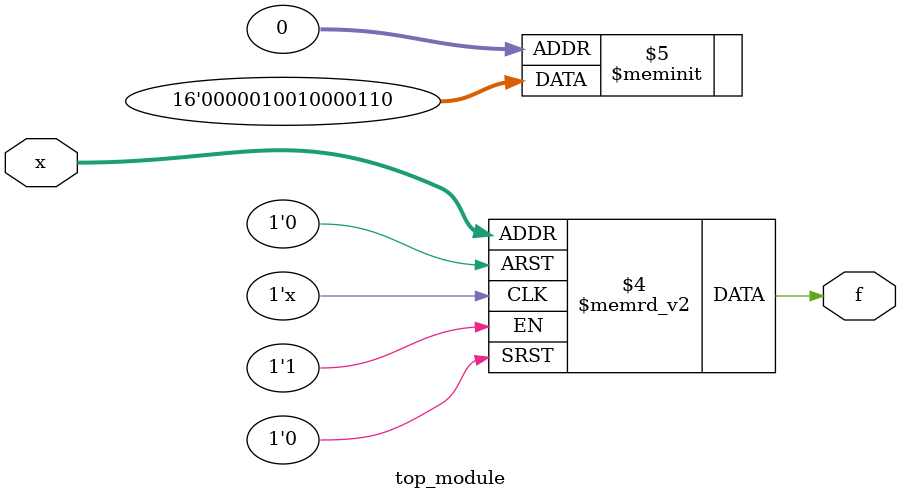
<source format=sv>
module top_module (
    input [4:1] x,
    output logic f
);

always_comb begin
    case ({x[4], x[3], x[2], x[1]})
        4'b0000, 4'b0011, 4'b0110, 4'b1000, 4'b1001, 4'b1011, 4'b1100, 4'b1101: f = 1'b0;
        4'b0001, 4'b0010, 4'b0111, 4'b1010: f = 1'b1;
        default: f = 1'b0; // Choosing 0 for don't-care cases
    endcase
end

endmodule

</source>
